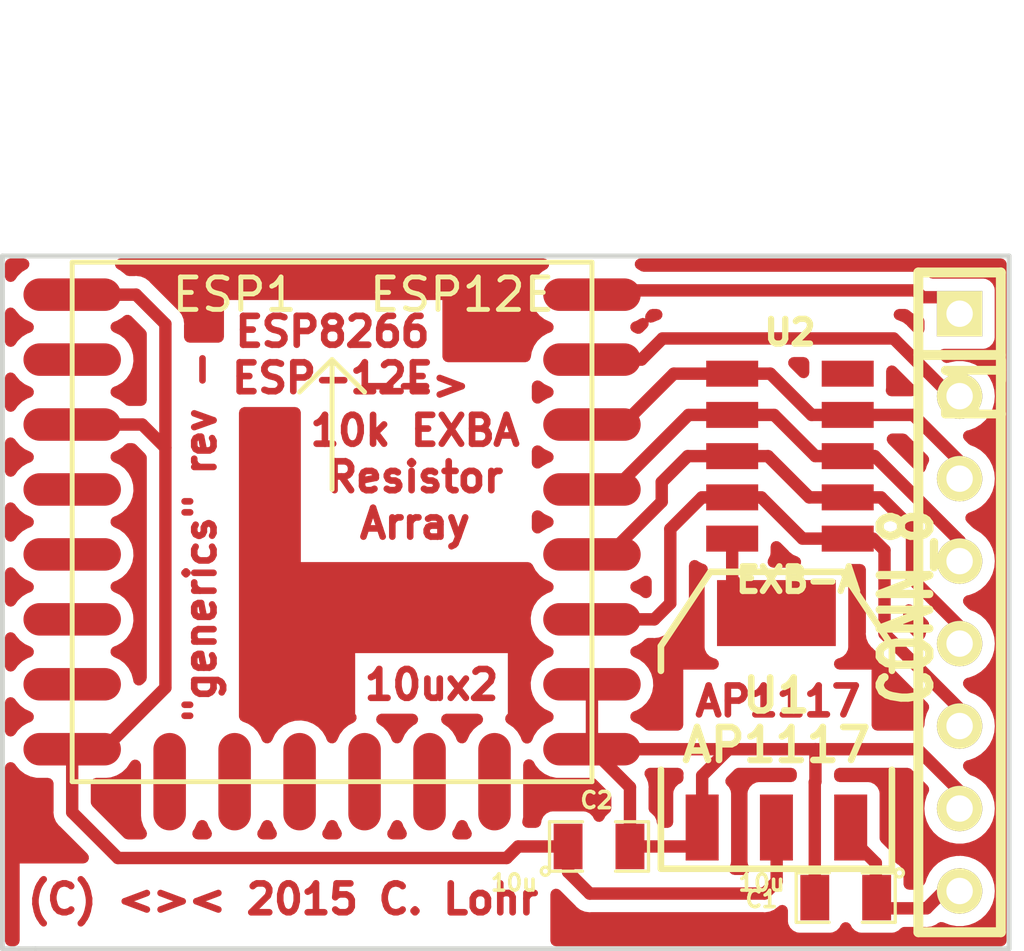
<source format=kicad_pcb>
(kicad_pcb (version 20221018) (generator pcbnew)
  (layers (0 "F.Cu" signal) (31 "B.Cu" signal) (34 "B.Paste" user) (35 "F.Paste" user) (36 "B.SilkS" user) (37 "F.SilkS" user) (38 "B.Mask" user) (39 "F.Mask" user) (44 "Edge.Cuts" user))
  (net 0 "")
  (net 1 "+3.3V")
  (net 2 "+5V")
  (net 3 "GND")
  (net 4 "GPIO0")
  (net 5 "GPIO2")
  (net 6 "GPIO4")
  (net 7 "GPIO5")
  (net 8 "N-000003")
  (net 9 "RX")
  (net 10 "TX")
  (footprint "SM0805" (layer "F.Cu") (at 90.4748 60.9092 180)
    (fp_text reference "C1" (at 2.5908 -0.0508 180) (layer "F.SilkS") (effects (font (size 0.50038 0.50038) (thickness 0.10922))))
    (fp_text value "10u" (at 2.5908 0.4572 180) (layer "F.SilkS") (effects (font (size 0.50038 0.50038) (thickness 0.10922))))
    (fp_line (start -1.524 -0.762) (end -0.508 -0.762) (stroke (width 0.09906)) (layer "F.SilkS"))
    (fp_line (start -1.524 0.762) (end -1.524 -0.762) (stroke (width 0.09906)) (layer "F.SilkS"))
    (fp_line (start -0.508 0.762) (end -1.524 0.762) (stroke (width 0.09906)) (layer "F.SilkS"))
    (fp_line (start 0.508 -0.762) (end 1.524 -0.762) (stroke (width 0.09906)) (layer "F.SilkS"))
    (fp_line (start 1.524 -0.762) (end 1.524 0.762) (stroke (width 0.09906)) (layer "F.SilkS"))
    (fp_line (start 1.524 0.762) (end 0.508 0.762) (stroke (width 0.09906)) (layer "F.SilkS"))
    (fp_circle (center -1.651 0.762) (end -1.651 0.635) (stroke (width 0.09906)) (fill none) (layer "F.SilkS"))
    (pad "1" smd rect (at -0.9525 0 180) (size 0.889 1.397) (layers "F.Cu" "F.Paste" "F.Mask") (net 2 "+5V"))
    (pad "2" smd rect (at 0.9525 0 180) (size 0.889 1.397) (layers "F.Cu" "F.Paste" "F.Mask") (net 3 "GND"))
  )
  (footprint "SM0805" (layer "F.Cu") (at 82.8802 59.3344)
    (fp_text reference "C2" (at -0.0762 -1.4224) (layer "F.SilkS") (effects (font (size 0.50038 0.50038) (thickness 0.10922))))
    (fp_text value "10u" (at -2.6162 1.1176) (layer "F.SilkS") (effects (font (size 0.50038 0.50038) (thickness 0.10922))))
    (fp_line (start -1.524 -0.762) (end -0.508 -0.762) (stroke (width 0.09906)) (layer "F.SilkS"))
    (fp_line (start -1.524 0.762) (end -1.524 -0.762) (stroke (width 0.09906)) (layer "F.SilkS"))
    (fp_line (start -0.508 0.762) (end -1.524 0.762) (stroke (width 0.09906)) (layer "F.SilkS"))
    (fp_line (start 0.508 -0.762) (end 1.524 -0.762) (stroke (width 0.09906)) (layer "F.SilkS"))
    (fp_line (start 1.524 -0.762) (end 1.524 0.762) (stroke (width 0.09906)) (layer "F.SilkS"))
    (fp_line (start 1.524 0.762) (end 0.508 0.762) (stroke (width 0.09906)) (layer "F.SilkS"))
    (fp_circle (center -1.651 0.762) (end -1.651 0.635) (stroke (width 0.09906)) (fill none) (layer "F.SilkS"))
    (pad "1" smd rect (at -0.9525 0) (size 0.889 1.397) (layers "F.Cu" "F.Paste" "F.Mask") (net 1 "+3.3V"))
    (pad "2" smd rect (at 0.9525 0) (size 0.889 1.397) (layers "F.Cu" "F.Paste" "F.Mask") (net 3 "GND"))
  )
  (footprint "SIL-8" (layer "F.Cu") (at 93.98 51.816 -90)
    (fp_text reference "P1" (at -6.604 -0.508 270) (layer "F.SilkS") (effects (font (size 1.72974 1.08712) (thickness 0.3048))))
    (fp_text value "CONN_8" (at 0.1524 1.6256 270) (layer "F.SilkS") (effects (font (size 1.524 1.016) (thickness 0.3048))))
    (fp_line (start -10.16 -1.27) (end 10.16 -1.27) (stroke (width 0.3048)) (layer "F.SilkS"))
    (fp_line (start -10.16 1.27) (end -10.16 -1.27) (stroke (width 0.3048)) (layer "F.SilkS"))
    (fp_line (start -7.62 1.27) (end -7.62 -1.27) (stroke (width 0.3048)) (layer "F.SilkS"))
    (fp_line (start 10.16 -1.27) (end 10.16 1.27) (stroke (width 0.3048)) (layer "F.SilkS"))
    (fp_line (start 10.16 1.27) (end -10.16 1.27) (stroke (width 0.3048)) (layer "F.SilkS"))
    (pad "1" thru_hole rect (at -8.89 0 270) (size 1.397 1.397) (drill 0.8128) (layers "*.Cu" "*.Mask" "F.SilkS") (net 10 "TX"))
    (pad "2" thru_hole circle (at -6.35 0 270) (size 1.397 1.397) (drill 0.8128) (layers "*.Cu" "*.Mask" "F.SilkS") (net 9 "RX"))
    (pad "3" thru_hole circle (at -3.81 0 270) (size 1.397 1.397) (drill 0.8128) (layers "*.Cu" "*.Mask" "F.SilkS") (net 7 "GPIO5"))
    (pad "4" thru_hole circle (at -1.27 0 270) (size 1.397 1.397) (drill 0.8128) (layers "*.Cu" "*.Mask" "F.SilkS") (net 6 "GPIO4"))
    (pad "5" thru_hole circle (at 1.27 0 270) (size 1.397 1.397) (drill 0.8128) (layers "*.Cu" "*.Mask" "F.SilkS") (net 4 "GPIO0"))
    (pad "6" thru_hole circle (at 3.81 0 270) (size 1.397 1.397) (drill 0.8128) (layers "*.Cu" "*.Mask" "F.SilkS") (net 5 "GPIO2"))
    (pad "7" thru_hole circle (at 6.35 0 270) (size 1.397 1.397) (drill 0.8128) (layers "*.Cu" "*.Mask" "F.SilkS") (net 3 "GND"))
    (pad "8" thru_hole circle (at 8.89 0 270) (size 1.397 1.397) (drill 0.8128) (layers "*.Cu" "*.Mask" "F.SilkS") (net 2 "+5V"))
  )
  (footprint "ESP12E" (layer "F.Cu") (at 74.6633 45.339)
    (fp_text reference "ESP1" (at -3 -3) (layer "F.SilkS"))
    (fp_text value "ESP12E" (at 4 -3) (layer "F.SilkS"))
    (fp_line (start -8 -4) (end 8 -4) (stroke (width 0.15)) (layer "F.SilkS"))
    (fp_line (start -8 12) (end -8 -4) (stroke (width 0.15)) (layer "F.SilkS"))
    (fp_line (start -8 12) (end 8 12) (stroke (width 0.15)) (layer "F.SilkS"))
    (fp_line (start 0 -1) (end -1 0) (stroke (width 0.15)) (layer "F.SilkS"))
    (fp_line (start 0 -1) (end 0 3) (stroke (width 0.15)) (layer "F.SilkS"))
    (fp_line (start 0 -1) (end 1 0) (stroke (width 0.15)) (layer "F.SilkS"))
    (fp_line (start 8 -4) (end 8 12) (stroke (width 0.15)) (layer "F.SilkS"))
    (pad "1" smd oval (at -8 -3) (size 3 1) (layers "F.Cu" "F.Paste" "F.Mask") (net 1 "+3.3V"))
    (pad "2" smd oval (at -8 -1) (size 3 1) (layers "F.Cu" "F.Paste" "F.Mask"))
    (pad "3" smd oval (at -8 1) (size 3 1) (layers "F.Cu" "F.Paste" "F.Mask") (net 1 "+3.3V"))
    (pad "4" smd oval (at -8 3) (size 3 1) (layers "F.Cu" "F.Paste" "F.Mask"))
    (pad "5" smd oval (at -8 5) (size 3 1) (layers "F.Cu" "F.Paste" "F.Mask"))
    (pad "6" smd oval (at -8 7) (size 3 1) (layers "F.Cu" "F.Paste" "F.Mask"))
    (pad "7" smd oval (at -8 9) (size 3 1) (layers "F.Cu" "F.Paste" "F.Mask"))
    (pad "8" smd oval (at -8 11) (size 3 1) (layers "F.Cu" "F.Paste" "F.Mask") (net 1 "+3.3V"))
    (pad "9" smd oval (at -5 12 90) (size 3 1) (layers "F.Cu" "F.Paste" "F.Mask"))
    (pad "10" smd oval (at -3 12 90) (size 3 1) (layers "F.Cu" "F.Paste" "F.Mask"))
    (pad "11" smd oval (at -1 12 90) (size 3 1) (layers "F.Cu" "F.Paste" "F.Mask"))
    (pad "12" smd oval (at 1 12 90) (size 3 1) (layers "F.Cu" "F.Paste" "F.Mask"))
    (pad "13" smd oval (at 3 12 90) (size 3 1) (layers "F.Cu" "F.Paste" "F.Mask"))
    (pad "14" smd oval (at 5 12 90) (size 3 1) (layers "F.Cu" "F.Paste" "F.Mask"))
    (pad "15" smd oval (at 8 11 180) (size 3 1) (layers "F.Cu" "F.Paste" "F.Mask") (net 3 "GND"))
    (pad "16" smd oval (at 8 9 180) (size 3 1) (layers "F.Cu" "F.Paste" "F.Mask") (net 3 "GND"))
    (pad "17" smd oval (at 8 7 180) (size 3 1) (layers "F.Cu" "F.Paste" "F.Mask") (net 5 "GPIO2"))
    (pad "18" smd oval (at 8 5 180) (size 3 1) (layers "F.Cu" "F.Paste" "F.Mask") (net 4 "GPIO0"))
    (pad "19" smd oval (at 8 3 180) (size 3 1) (layers "F.Cu" "F.Paste" "F.Mask") (net 6 "GPIO4"))
    (pad "20" smd oval (at 8 1 180) (size 3 1) (layers "F.Cu" "F.Paste" "F.Mask") (net 7 "GPIO5"))
    (pad "21" smd oval (at 8 -1 180) (size 3 1) (layers "F.Cu" "F.Paste" "F.Mask") (net 9 "RX"))
    (pad "22" smd oval (at 8 -3 180) (size 3 1) (layers "F.Cu" "F.Paste" "F.Mask") (net 10 "TX"))
  )
  (footprint "SOT223" (layer "F.Cu") (at 88.3412 55.4482)
    (fp_text reference "U1" (at 0 -0.762) (layer "F.SilkS") (effects (font (size 1.016 1.016) (thickness 0.2032))))
    (fp_text value "AP1117" (at 0 0.762) (layer "F.SilkS") (effects (font (size 1.016 1.016) (thickness 0.2032))))
    (fp_line (start -3.556 -2.286) (end -2.032 -4.572) (stroke (width 0.2032)) (layer "F.SilkS"))
    (fp_line (start -3.556 -1.524) (end -3.556 -2.286) (stroke (width 0.2032)) (layer "F.SilkS"))
    (fp_line (start -3.556 1.524) (end -3.556 4.572) (stroke (width 0.2032)) (layer "F.SilkS"))
    (fp_line (start -3.556 4.572) (end 3.556 4.572) (stroke (width 0.2032)) (layer "F.SilkS"))
    (fp_line (start -2.032 -4.572) (end 2.032 -4.572) (stroke (width 0.2032)) (layer "F.SilkS"))
    (fp_line (start 2.032 -4.572) (end 3.556 -2.286) (stroke (width 0.2032)) (layer "F.SilkS"))
    (fp_line (start 3.556 -2.286) (end 3.556 -1.524) (stroke (width 0.2032)) (layer "F.SilkS"))
    (fp_line (start 3.556 4.572) (end 3.556 1.524) (stroke (width 0.2032)) (layer "F.SilkS"))
    (pad "1" smd rect (at -2.286 3.302) (size 1.016 2.032) (layers "F.Cu" "F.Paste" "F.Mask") (net 3 "GND"))
    (pad "2" smd rect (at 0 3.302) (size 1.016 2.032) (layers "F.Cu" "F.Paste" "F.Mask") (net 1 "+3.3V"))
    (pad "3" smd rect (at 2.286 3.302) (size 1.016 2.032) (layers "F.Cu" "F.Paste" "F.Mask") (net 2 "+5V"))
    (pad "4" smd rect (at 0 -3.302) (size 3.6576 2.032) (layers "F.Cu" "F.Paste" "F.Mask") (net 8 "N-000003"))
  )
  (footprint "EXB-A" (layer "F.Cu") (at 88.75776 47.31258)
    (fp_text reference "U2" (at 0 -3.81) (layer "F.SilkS") (effects (font (size 0.762 0.762) (thickness 0.1905))))
    (fp_text value "EXB-A" (at 0.254 3.81) (layer "F.SilkS") (effects (font (size 0.762 0.762) (thickness 0.1905))))
    (pad "1" smd rect (at -1.778 -2.54 90) (size 0.8001 1.6002) (layers "F.Cu" "F.Paste" "F.Mask") (net 7 "GPIO5"))
    (pad "2" smd rect (at -1.778 -1.27 90) (size 0.8001 1.6002) (layers "F.Cu" "F.Paste" "F.Mask") (net 6 "GPIO4"))
    (pad "3" smd rect (at -1.778 0 90) (size 0.8001 1.6002) (layers "F.Cu" "F.Paste" "F.Mask") (net 4 "GPIO0"))
    (pad "4" smd rect (at -1.778 1.27 90) (size 0.8001 1.6002) (layers "F.Cu" "F.Paste" "F.Mask") (net 5 "GPIO2"))
    (pad "5" smd rect (at -1.778 2.54 90) (size 0.8001 1.6002) (layers "F.Cu" "F.Paste" "F.Mask") (net 8 "N-000003"))
    (pad "6" smd rect (at 1.778 2.54 90) (size 0.8001 1.6002) (layers "F.Cu" "F.Paste" "F.Mask") (net 5 "GPIO2"))
    (pad "7" smd rect (at 1.778 1.27 90) (size 0.8001 1.6002) (layers "F.Cu" "F.Paste" "F.Mask") (net 4 "GPIO0"))
    (pad "8" smd rect (at 1.778 0 90) (size 0.8001 1.6002) (layers "F.Cu" "F.Paste" "F.Mask") (net 6 "GPIO4"))
    (pad "9" smd rect (at 1.778 -1.27 90) (size 0.8001 1.6002) (layers "F.Cu" "F.Paste" "F.Mask") (net 7 "GPIO5"))
    (pad "10" smd rect (at 1.778 -2.54 90) (size 0.8001 1.6002) (layers "F.Cu" "F.Paste" "F.Mask"))
  )
  (gr_line (start 65.024 62.484) (end 64.516 62.484) (stroke (width 0.15)) (layer "Edge.Cuts"))
  (gr_line (start 64.516 41.148) (end 95.504 41.148) (stroke (width 0.15)) (layer "Edge.Cuts"))
  (gr_line (start 95.504 41.148) (end 95.504 62.484) (stroke (width 0.15)) (layer "Edge.Cuts"))
  (gr_line (start 64.516 62.484) (end 64.516 41.148) (stroke (width 0.15)) (layer "Edge.Cuts"))
  (gr_line (start 65.532 62.484) (end 65.024 62.484) (stroke (width 0.15)) (layer "Edge.Cuts"))
  (gr_line (start 95.504 62.484) (end 65.532 62.484) (stroke (width 0.15)) (layer "Edge.Cuts"))
  (gr_text "ESP8266\nESP-12E" (at 74.676 44.196) (layer "F.Cu") (effects (font (size 0.889 0.889) (thickness 0.2032))))
  (gr_text "\"generics\" rev -" (at 70.612 49.784 90) (layer "F.Cu") (effects (font (size 0.889 0.889) (thickness 0.2032))))
  (gr_text "10ux2" (at 77.724 54.356) (layer "F.Cu") (effects (font (size 0.889 0.889) (thickness 0.2032))))
  (gr_text "(C) <>< 2015 C. Lohr" (at 73.152 60.96) (layer "F.Cu") (effects (font (size 0.889 0.889) (thickness 0.2032))))
  (gr_text "AP1117" (at 88.392 54.864) (layer "F.Cu") (effects (font (size 0.889 0.889) (thickness 0.2032))))
  (gr_text "-->\n10k EXBA\nResistor\nArray" (at 77.216 47.244) (layer "F.Cu") (effects (font (size 0.889 0.889) (thickness 0.2032))))
  (segment (start 67.6384 56.339) (end 69.5325 54.4449) (width 0.381) (layer "F.Cu") (net 1))
  (segment (start 69.5325 54.4449) (end 69.5325 47.0535) (width 0.381) (layer "F.Cu") (net 1))
  (segment (start 69.5325 47.0535) (end 68.818 46.339) (width 0.381) (layer "F.Cu") (net 1))
  (segment (start 68.818 46.339) (end 66.6633 46.339) (width 0.381) (layer "F.Cu") (net 1))
  (segment (start 68.628 42.339) (end 69.5325 43.2435) (width 0.381) (layer "F.Cu") (net 1))
  (segment (start 69.5325 43.2435) (end 69.5325 47.0535) (width 0.381) (layer "F.Cu") (net 1))
  (segment (start 80.391 59.3344) (end 80.0354 59.69) (width 0.381) (layer "F.Cu") (net 1))
  (segment (start 80.0354 59.69) (end 68.072 59.69) (width 0.381) (layer "F.Cu") (net 1))
  (segment (start 68.072 59.69) (end 66.6633 58.2813) (width 0.381) (layer "F.Cu") (net 1))
  (segment (start 66.6633 58.2813) (end 66.6633 56.339) (width 0.381) (layer "F.Cu") (net 1))
  (segment (start 81.9277 60.11926) (end 82.59318 60.78474) (width 0.381) (layer "F.Cu") (net 1))
  (segment (start 82.59318 60.78474) (end 87.97798 60.78474) (width 0.381) (layer "F.Cu") (net 1))
  (segment (start 87.97798 60.78474) (end 88.34882 60.4139) (width 0.381) (layer "F.Cu") (net 1))
  (segment (start 88.34882 60.4139) (end 88.34882 59.07786) (width 0.381) (layer "F.Cu") (net 1))
  (segment (start 81.9277 59.3344) (end 80.391 59.3344) (width 0.381) (layer "F.Cu") (net 1))
  (segment (start 66.6633 56.339) (end 67.6384 56.339) (width 0.381) (layer "F.Cu") (net 1))
  (segment (start 81.9277 59.3344) (end 81.9277 60.11926) (width 0.381) (layer "F.Cu") (net 1))
  (segment (start 66.6633 42.339) (end 68.628 42.339) (width 0.381) (layer "F.Cu") (net 1))
  (segment (start 91.4019 59.84494) (end 90.63482 59.07786) (width 0.381) (layer "F.Cu") (net 2))
  (segment (start 92.964 61.2394) (end 94.0054 60.198) (width 0.381) (layer "F.Cu") (net 2))
  (segment (start 91.4019 61.2394) (end 91.4019 59.84494) (width 0.381) (layer "F.Cu") (net 2))
  (segment (start 91.4019 61.2394) (end 92.964 61.2394) (width 0.381) (layer "F.Cu") (net 2))
  (segment (start 85.80628 59.3344) (end 86.06282 59.07786) (width 0.381) (layer "F.Cu") (net 3))
  (segment (start 83.8327 57.5084) (end 82.6633 56.339) (width 0.381) (layer "F.Cu") (net 3))
  (segment (start 92.6864 56.339) (end 94.0054 57.658) (width 0.381) (layer "F.Cu") (net 3))
  (segment (start 89.5223 57.35828) (end 89.54262 57.33796) (width 0.381) (layer "F.Cu") (net 3))
  (segment (start 89.54262 57.33796) (end 89.54262 56.339) (width 0.381) (layer "F.Cu") (net 3))
  (segment (start 89.54262 56.339) (end 92.6864 56.339) (width 0.381) (layer "F.Cu") (net 3))
  (segment (start 86.0552 57.15254) (end 86.86874 56.339) (width 0.381) (layer "F.Cu") (net 3))
  (segment (start 86.86874 56.339) (end 89.54262 56.339) (width 0.381) (layer "F.Cu") (net 3))
  (segment (start 83.8327 59.3344) (end 85.80628 59.3344) (width 0.381) (layer "F.Cu") (net 3))
  (segment (start 82.6633 56.339) (end 82.6633 54.339) (width 0.381) (layer "F.Cu") (net 3))
  (segment (start 89.5223 60.9092) (end 89.5223 57.35828) (width 0.381) (layer "F.Cu") (net 3))
  (segment (start 83.8327 59.3344) (end 83.8327 57.5084) (width 0.381) (layer "F.Cu") (net 3))
  (segment (start 86.0552 58.7502) (end 86.0552 57.15254) (width 0.381) (layer "F.Cu") (net 3))
  (segment (start 82.6633 56.339) (end 86.86874 56.339) (width 0.381) (layer "F.Cu") (net 3))
  (segment (start 85.6107 47.31258) (end 84.8106 48.11268) (width 0.381) (layer "F.Cu") (net 4))
  (segment (start 84.8106 48.11268) (end 84.8106 48.7172) (width 0.381) (layer "F.Cu") (net 4))
  (segment (start 84.8106 48.7172) (end 83.1888 50.339) (width 0.381) (layer "F.Cu") (net 4))
  (segment (start 83.1888 50.339) (end 82.6633 50.339) (width 0.381) (layer "F.Cu") (net 4))
  (segment (start 88.08212 47.31258) (end 89.35212 48.58258) (width 0.381) (layer "F.Cu") (net 4))
  (segment (start 89.35212 48.58258) (end 90.53576 48.58258) (width 0.381) (layer "F.Cu") (net 4))
  (segment (start 91.55938 48.58258) (end 92.51442 49.53762) (width 0.381) (layer "F.Cu") (net 4))
  (segment (start 92.51442 49.53762) (end 92.51442 51.08702) (width 0.381) (layer "F.Cu") (net 4))
  (segment (start 92.51442 51.08702) (end 94.0054 52.578) (width 0.381) (layer "F.Cu") (net 4))
  (segment (start 86.97976 47.31258) (end 85.6107 47.31258) (width 0.381) (layer "F.Cu") (net 4))
  (segment (start 86.97976 47.31258) (end 88.08212 47.31258) (width 0.381) (layer "F.Cu") (net 4))
  (segment (start 90.53576 48.58258) (end 91.55938 48.58258) (width 0.381) (layer "F.Cu") (net 4))
  (segment (start 86.04758 48.58258) (end 85.07476 49.5554) (width 0.381) (layer "F.Cu") (net 5))
  (segment (start 85.07476 49.5554) (end 85.07476 51.84648) (width 0.381) (layer "F.Cu") (net 5))
  (segment (start 85.07476 51.84648) (end 84.58224 52.339) (width 0.381) (layer "F.Cu") (net 5))
  (segment (start 84.58224 52.339) (end 82.6633 52.339) (width 0.381) (layer "F.Cu") (net 5))
  (segment (start 87.87638 48.58258) (end 89.14638 49.85258) (width 0.381) (layer "F.Cu") (net 5))
  (segment (start 89.14638 49.85258) (end 90.53576 49.85258) (width 0.381) (layer "F.Cu") (net 5))
  (segment (start 91.31046 49.85258) (end 91.6686 50.21072) (width 0.381) (layer "F.Cu") (net 5))
  (segment (start 91.6686 50.21072) (end 91.6686 52.7812) (width 0.381) (layer "F.Cu") (net 5))
  (segment (start 91.6686 52.7812) (end 94.0054 55.118) (width 0.381) (layer "F.Cu") (net 5))
  (segment (start 86.97976 48.58258) (end 87.87638 48.58258) (width 0.381) (layer "F.Cu") (net 5))
  (segment (start 86.97976 48.58258) (end 86.04758 48.58258) (width 0.381) (layer "F.Cu") (net 5))
  (segment (start 90.53576 49.85258) (end 91.31046 49.85258) (width 0.381) (layer "F.Cu") (net 5))
  (segment (start 85.6361 46.04258) (end 83.33968 48.339) (width 0.381) (layer "F.Cu") (net 6))
  (segment (start 83.33968 48.339) (end 82.6633 48.339) (width 0.381) (layer "F.Cu") (net 6))
  (segment (start 88.27008 46.04258) (end 89.54008 47.31258) (width 0.381) (layer "F.Cu") (net 6))
  (segment (start 89.54008 47.31258) (end 90.53576 47.31258) (width 0.381) (layer "F.Cu") (net 6))
  (segment (start 93.98 49.925566) (end 91.367014 47.31258) (width 0.381) (layer "F.Cu") (net 6))
  (segment (start 91.367014 47.31258) (end 90.53576 47.31258) (width 0.381) (layer "F.Cu") (net 6))
  (segment (start 93.98 50.546) (end 93.98 49.925566) (width 0.381) (layer "F.Cu") (net 6))
  (segment (start 86.97976 46.04258) (end 85.6361 46.04258) (width 0.381) (layer "F.Cu") (net 6))
  (segment (start 86.97976 46.04258) (end 88.27008 46.04258) (width 0.381) (layer "F.Cu") (net 6))
  (segment (start 85.18144 44.77258) (end 83.61502 46.339) (width 0.381) (layer "F.Cu") (net 7))
  (segment (start 83.61502 46.339) (end 82.6633 46.339) (width 0.381) (layer "F.Cu") (net 7))
  (segment (start 88.15324 44.77258) (end 89.42324 46.04258) (width 0.381) (layer "F.Cu") (net 7))
  (segment (start 89.42324 46.04258) (end 90.53576 46.04258) (width 0.381) (layer "F.Cu") (net 7))
  (segment (start 92.54998 46.04258) (end 94.0054 47.498) (width 0.381) (layer "F.Cu") (net 7))
  (segment (start 86.97976 44.77258) (end 88.15324 44.77258) (width 0.381) (layer "F.Cu") (net 7))
  (segment (start 90.53576 46.04258) (end 92.54998 46.04258) (width 0.381) (layer "F.Cu") (net 7))
  (segment (start 86.97976 44.77258) (end 85.18144 44.77258) (width 0.381) (layer "F.Cu") (net 7))
  (segment (start 86.97976 51.1048) (end 88.34882 52.47386) (width 0.381) (layer "F.Cu") (net 8))
  (segment (start 86.97976 49.85258) (end 86.97976 51.1048) (width 0.381) (layer "F.Cu") (net 8))
  (segment (start 93.726 45.466) (end 91.948 43.688) (width 0.381) (layer "F.Cu") (net 9))
  (segment (start 91.948 43.688) (end 84.836 43.688) (width 0.381) (layer "F.Cu") (net 9))
  (segment (start 84.836 43.688) (end 84.185 44.339) (width 0.381) (layer "F.Cu") (net 9))
  (segment (start 84.185 44.339) (end 82.6633 44.339) (width 0.381) (layer "F.Cu") (net 9))
  (segment (start 93.98 45.466) (end 93.726 45.466) (width 0.381) (layer "F.Cu") (net 9))
  (segment (start 92.83192 42.418) (end 92.6211 42.20718) (width 0.381) (layer "F.Cu") (net 10))
  (segment (start 92.6211 42.20718) (end 82.79512 42.20718) (width 0.381) (layer "F.Cu") (net 10))
  (segment (start 82.79512 42.20718) (end 82.6633 42.339) (width 0.381) (layer "F.Cu") (net 10))
  (segment (start 94.0054 42.418) (end 92.83192 42.418) (width 0.381) (layer "F.Cu") (net 10))
  (zone (net 0) (net_name "") (layer "F.Cu") (connect_pads (clearance 0.3556)) (min_thickness 0.3556) (fill yes (thermal_gap 0.508) (thermal_bridge_width 0.508))
    (polygon (pts (xy 95.504 62.484) (xy 95.504 41.148) (xy 64.516 41.148) (xy 64.516 62.484) (xy 65.024 62.484)))
  )
)
</source>
